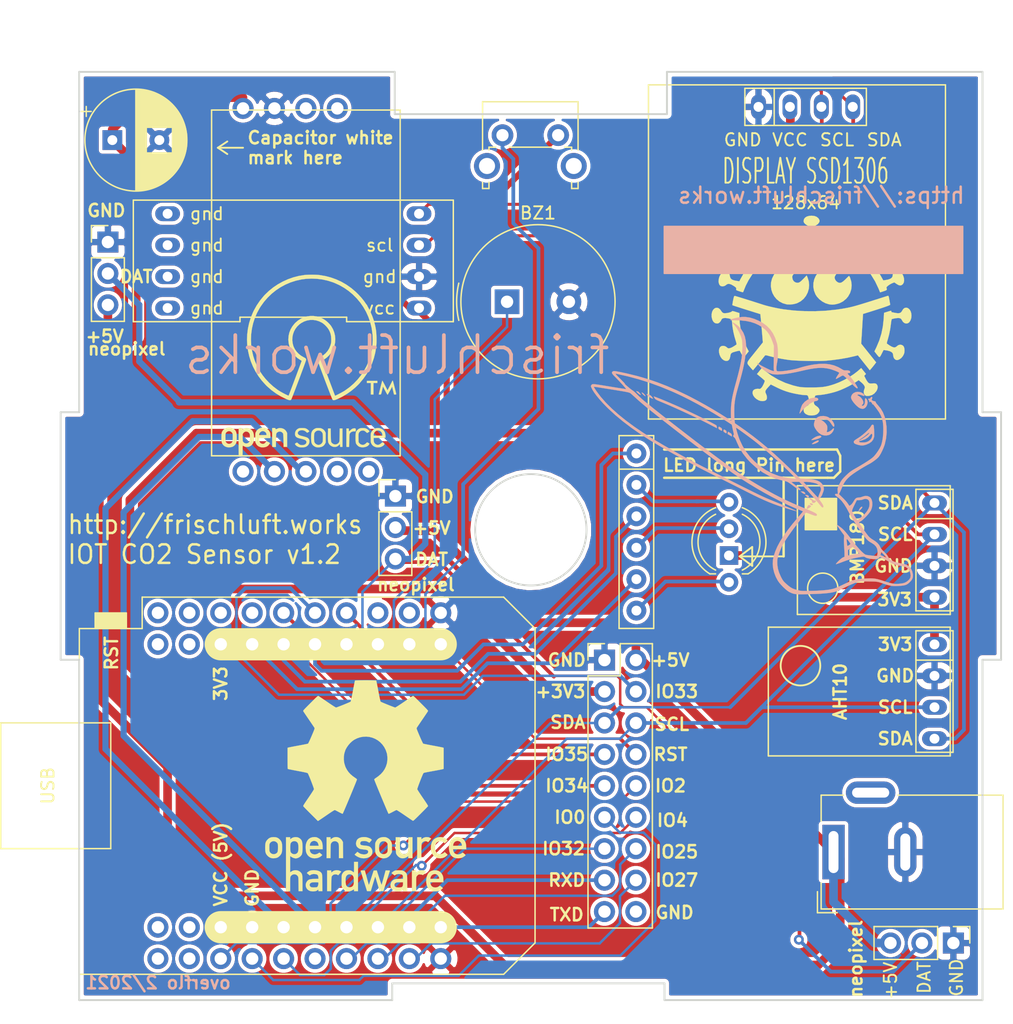
<source format=kicad_pcb>
(kicad_pcb (version 20171130) (host pcbnew 5.1.10-88a1d61d58~88~ubuntu20.04.1)
  (layers (0 F.Cu signal) (31 B.Cu signal hide) (34 B.Paste user hide) (35 F.Paste user hide) (36 B.SilkS user) (37 F.SilkS user) (38 B.Mask user) (39 F.Mask user hide) (44 Edge.Cuts user))
  (net 0 "")
  (net 1 GND)
  (net 2 VCC)
  (net 3 "Net-(D1-Pad3)")
  (net 4 "Net-(D1-Pad2)")
  (net 5 "Net-(D1-Pad1)")
  (net 6 3V3)
  (net 7 SDA)
  (net 8 SCL)
  (net 9 LED_B)
  (net 10 LED_G)
  (net 11 LED_R)
  (net 12 BUTTON)
  (net 13 BUZZER)
  (net 14 NEOPIXEL)
  (net 15 TX)
  (net 16 RX)
  (net 17 io_0)
  (net 18 io_35)
  (net 19 rst)
  (net 20 io_33)
  (net 21 io_34)
  (net 22 txd)
  (net 23 rxd)
  (net 24 io_27)
  (net 25 io_25)
  (net 26 io_32)
  (net 27 io_4)
  (net 28 io_2)
  (net 29 "Net-(U1-Pad3)")
  (net 30 io_39)
  (net 31 io_14)
  (net 32 "Net-(U1-Pad15)")
  (net 33 "Net-(U1-Pad17)")
  (net 34 io_13)
  (net 35 "Net-(U1-Pad19)")
  (net 36 "Net-(U1-Pad20)")
  (net 37 io_12)
  (net 38 "Net-(U1-Pad37)")
  (net 39 "Net-(U1-Pad38)")
  (net 40 "Net-(U1-Pad39)")
  (net 41 "Net-(U1-Pad40)")
  (net 42 "Net-(U4-Pad9)")
  (net 43 "Net-(U4-Pad8)")
  (net 44 "Net-(U4-Pad5)")
  (net 45 "Net-(U4-Pad4)")
  (net 46 "Net-(U4-Pad1)")
  (module scd40:oxy_xxx (layer B.Cu) (at 84.836 54.102 180)
    (fp_text reference G*** hide)
    (fp_text value LOGO hide)
  )
  (module frischluft_pcb:os_logo (layer F.Cu) (at 47.498 46.736)
    (fp_text reference G*** hide)
    (fp_text value LOGO hide)
  )
  (module frischluft_pcb:ssd1306_module (layer F.Cu) (at 74.676 24.638)
    (fp_text reference J4 hide)
    (fp_text value "SSD 1306 DISPLAY")
    (fp_text user 128x64 (at 12.7 9.525) (layer F.SilkS))
    (fp_text user "DISPLAY SSD1306" (at 12.7 6.985) (layer F.SilkS) (effects (font (size 2 1))))
    (fp_text user SDA (at 19.05 4.445) (layer F.SilkS))
    (fp_text user SCL (at 15.24 4.445) (layer F.SilkS))
    (fp_text user VCC (at 11.43 4.445) (layer F.SilkS))
    (fp_text user GND (at 7.62 4.445) (layer F.SilkS))
    (pad 4 thru_hole oval (at 16.51 1.778) (size 1.2 2) (drill 0.8) (layers *.Cu *.Mask) (net 7 SDA))
    (pad 3 thru_hole oval (at 13.97 1.778) (size 1.2 2) (drill 0.8) (layers *.Cu *.Mask) (net 8 SCL))
    (pad 2 thru_hole oval (at 11.43 1.778) (size 1.2 2) (drill 0.8) (layers *.Cu *.Mask) (net 6 3V3))
    (pad 1 thru_hole oval (at 8.89 1.778) (size 1.2 2) (drill 0.8) (layers *.Cu *.Mask) (net 1 GND))
  )
  (module scd40:scd40 (layer F.Cu) (at 45.974 38.862 90)
    (fp_text reference U5 hide)
    (fp_text value SCD40)
    (fp_text user vcc (at -3.81 6.985 180) (layer F.SilkS))
    (fp_text user gnd (at -1.27 6.985 180) (layer F.SilkS))
    (fp_text user scl (at 1.27 6.985 180) (layer F.SilkS))
    (fp_text user gnd (at -3.81 -6.985) (layer F.SilkS))
    (fp_text user gnd (at -1.27 -6.985 180) (layer F.SilkS))
    (fp_text user gnd (at 1.27 -6.985 180) (layer F.SilkS))
    (fp_text user gnd (at 3.81 -6.985 180) (layer F.SilkS))
    (pad 8 thru_hole oval (at -3.81 -10.16 90) (size 1.2 2) (drill 0.8) (layers *.Cu *.Mask))
    (pad 1 thru_hole oval (at -3.81 10.16 90) (size 1.2 2) (drill 0.8) (layers *.Cu *.Mask) (net 6 3V3))
    (pad 7 thru_hole oval (at -1.27 -10.16 90) (size 1.2 2) (drill 0.8) (layers *.Cu *.Mask))
    (pad 2 thru_hole oval (at -1.27 10.16 90) (size 1.2 2) (drill 0.8) (layers *.Cu *.Mask) (net 1 GND))
    (pad 6 thru_hole oval (at 1.27 -10.16 90) (size 1.2 2) (drill 0.8) (layers *.Cu *.Mask))
    (pad 3 thru_hole oval (at 1.27 10.16 90) (size 1.2 2) (drill 0.8) (layers *.Cu *.Mask) (net 8 SCL))
    (pad 5 thru_hole oval (at 3.81 -10.16 90) (size 1.2 2) (drill 0.8) (layers *.Cu *.Mask))
    (pad 4 thru_hole oval (at 3.81 10.16 90) (size 1.2 2) (drill 0.8) (layers *.Cu *.Mask) (net 7 SDA))
  )
  (module frischluft_pcb:corona (layer F.Cu) (at 87.884 43.18)
    (fp_text reference G*** hide)
    (fp_text value LOGO hide)
  )
  (module frischluft_pcb:os_logo2 (layer F.Cu) (at 46.736 48.768)
    (fp_text reference G*** hide)
    (fp_text value LOGO hide)
  )
  (module frischluft_pcb:ohw_logo_25mm (layer F.Cu) (at 51.816 81.28)
    (fp_text reference G*** hide)
    (fp_text value LOGO hide)
  )
  (module frischluft_pcb:MH-Z19C (layer F.Cu) (at 41.91 55.88 90)
    (fp_text reference U4 hide)
    (fp_text value co2ampel_pcb-rescue_co2ampel_pcb-cache_MH-Z19C-co2ampel_pcb-cache)
    (pad 9 thru_hole circle (at 29.34 7.62 90) (size 1.7 1.7) (drill 1) (layers *.Cu *.Mask) (net 42 "Net-(U4-Pad9)"))
    (pad 8 thru_hole circle (at 29.34 5.08 90) (size 1.7 1.7) (drill 1) (layers *.Cu *.Mask) (net 43 "Net-(U4-Pad8)"))
    (pad 7 thru_hole circle (at 29.34 2.54 90) (size 1.7 1.7) (drill 1) (layers *.Cu *.Mask) (net 1 GND))
    (pad 6 thru_hole circle (at 29.34 0 90) (size 1.7 1.7) (drill 1) (layers *.Cu *.Mask) (net 2 VCC))
    (pad 5 thru_hole circle (at 0 10.16 90) (size 1.7 1.7) (drill 1) (layers *.Cu *.Mask) (net 44 "Net-(U4-Pad5)"))
    (pad 4 thru_hole circle (at 0 7.62 90) (size 1.7 1.7) (drill 1) (layers *.Cu *.Mask) (net 45 "Net-(U4-Pad4)"))
    (pad 3 thru_hole circle (at 0 5.08 90) (size 1.7 1.7) (drill 1) (layers *.Cu *.Mask) (net 15 TX))
    (pad 2 thru_hole circle (at 0 2.54 90) (size 1.7 1.7) (drill 1) (layers *.Cu *.Mask) (net 16 RX))
    (pad 1 thru_hole circle (at 0 0 90) (size 1.7 1.7) (drill 1) (layers *.Cu *.Mask) (net 46 "Net-(U4-Pad1)"))
  )
  (module Buzzer_Beeper:Buzzer_TDK_PS1240P02BT_D12.2mm_H6.5mm (layer F.Cu) (at 63.246 42.164)
    (fp_text reference BZ1 (at 2.5 -7.17) (layer F.SilkS))
    (fp_text value Buzzer)
    (pad 2 thru_hole circle (at 5 0) (size 2 2) (drill 1) (layers *.Cu *.Mask) (net 1 GND))
    (pad 1 thru_hole rect (at 0 0) (size 2 2) (drill 1) (layers *.Cu *.Mask) (net 13 BUZZER))
  )
  (module Connector_PinHeader_2.54mm:PinHeader_1x03_P2.54mm_Vertical (layer F.Cu) (at 30.988 37.338)
    (fp_text reference J2 hide)
    (fp_text value NEOPIXEL)
    (pad 3 thru_hole oval (at 0 5.08) (size 1.7 1.7) (drill 1) (layers *.Cu *.Mask) (net 2 VCC))
    (pad 2 thru_hole oval (at 0 2.54) (size 1.7 1.7) (drill 1) (layers *.Cu *.Mask) (net 14 NEOPIXEL))
    (pad 1 thru_hole rect (at 0 0) (size 1.7 1.7) (drill 1) (layers *.Cu *.Mask) (net 1 GND))
  )
  (module Connector_PinHeader_2.54mm:PinHeader_2x09_P2.54mm_Vertical (layer F.Cu) (at 71.12 71.12)
    (fp_text reference J3 hide)
    (fp_text value "connector proto")
    (pad 18 thru_hole oval (at 2.54 20.32) (size 1.7 1.7) (drill 1) (layers *.Cu *.Mask))
    (pad 17 thru_hole oval (at 0 20.32) (size 1.7 1.7) (drill 1) (layers *.Cu *.Mask) (net 22 txd))
    (pad 16 thru_hole oval (at 2.54 17.78) (size 1.7 1.7) (drill 1) (layers *.Cu *.Mask) (net 24 io_27))
    (pad 15 thru_hole oval (at 0 17.78) (size 1.7 1.7) (drill 1) (layers *.Cu *.Mask) (net 23 rxd))
    (pad 14 thru_hole oval (at 2.54 15.24) (size 1.7 1.7) (drill 1) (layers *.Cu *.Mask) (net 25 io_25))
    (pad 13 thru_hole oval (at 0 15.24) (size 1.7 1.7) (drill 1) (layers *.Cu *.Mask) (net 26 io_32))
    (pad 12 thru_hole oval (at 2.54 12.7) (size 1.7 1.7) (drill 1) (layers *.Cu *.Mask) (net 27 io_4))
    (pad 11 thru_hole oval (at 0 12.7) (size 1.7 1.7) (drill 1) (layers *.Cu *.Mask) (net 17 io_0))
    (pad 10 thru_hole oval (at 2.54 10.16) (size 1.7 1.7) (drill 1) (layers *.Cu *.Mask) (net 28 io_2))
    (pad 9 thru_hole oval (at 0 10.16) (size 1.7 1.7) (drill 1) (layers *.Cu *.Mask) (net 21 io_34))
    (pad 8 thru_hole oval (at 2.54 7.62) (size 1.7 1.7) (drill 1) (layers *.Cu *.Mask) (net 19 rst))
    (pad 7 thru_hole oval (at 0 7.62) (size 1.7 1.7) (drill 1) (layers *.Cu *.Mask) (net 18 io_35))
    (pad 6 thru_hole oval (at 2.54 5.08) (size 1.7 1.7) (drill 1) (layers *.Cu *.Mask) (net 8 SCL))
    (pad 5 thru_hole oval (at 0 5.08) (size 1.7 1.7) (drill 1) (layers *.Cu *.Mask) (net 7 SDA))
    (pad 4 thru_hole oval (at 2.54 2.54) (size 1.7 1.7) (drill 1) (layers *.Cu *.Mask) (net 20 io_33))
    (pad 3 thru_hole oval (at 0 2.54) (size 1.7 1.7) (drill 1) (layers *.Cu *.Mask) (net 6 3V3))
    (pad 2 thru_hole oval (at 2.54 0) (size 1.7 1.7) (drill 1) (layers *.Cu *.Mask) (net 2 VCC))
    (pad 1 thru_hole rect (at 0 0) (size 1.7 1.7) (drill 1) (layers *.Cu *.Mask) (net 1 GND))
  )
  (module Connector_PinHeader_2.54mm:PinHeader_1x03_P2.54mm_Vertical (layer F.Cu) (at 54.222 57.866)
    (fp_text reference J1 hide)
    (fp_text value NEOPIXEL)
    (pad 3 thru_hole oval (at 0 5.08) (size 1.7 1.7) (drill 1) (layers *.Cu *.Mask) (net 14 NEOPIXEL))
    (pad 2 thru_hole oval (at 0 2.54) (size 1.7 1.7) (drill 1) (layers *.Cu *.Mask) (net 2 VCC))
    (pad 1 thru_hole rect (at 0 0) (size 1.7 1.7) (drill 1) (layers *.Cu *.Mask) (net 1 GND))
  )
  (module Capacitor_THT:CP_Radial_D8.0mm_P3.80mm (layer F.Cu) (at 31.35 29.1)
    (fp_text reference C1 hide)
    (fp_text value CP_Small)
    (pad 2 thru_hole circle (at 3.8 0) (size 1.6 1.6) (drill 0.8) (layers *.Cu *.Mask) (net 1 GND))
    (pad 1 thru_hole rect (at 0 0) (size 1.6 1.6) (drill 0.8) (layers *.Cu *.Mask) (net 2 VCC))
  )
  (module Connector_BarrelJack:BarrelJack_Wuerth_6941xx301002 (layer F.Cu) (at 89.63 86.63 90)
    (fp_text reference J6 hide)
    (fp_text value Conn_Coaxial_Power)
    (pad 1 thru_hole rect (at 0 0 90) (size 4.4 1.8) (drill oval 3.4 0.8) (layers *.Cu *.Mask) (net 2 VCC))
    (pad 2 thru_hole oval (at 0 5.8 90) (size 4 1.8) (drill oval 3 0.8) (layers *.Cu *.Mask) (net 1 GND))
    (pad 3 thru_hole oval (at 4.8 3 180) (size 4 1.8) (drill oval 3 0.8) (layers *.Cu *.Mask))
  )
  (module Connector_PinHeader_2.54mm:PinHeader_1x03_P2.54mm_Vertical (layer F.Cu) (at 99.314 93.98 270)
    (fp_text reference J5 hide)
    (fp_text value NEOPIXEL hide)
    (pad 3 thru_hole oval (at 0 5.08 270) (size 1.7 1.7) (drill 1) (layers *.Cu *.Mask) (net 2 VCC))
    (pad 2 thru_hole oval (at 0 2.54 270) (size 1.7 1.7) (drill 1) (layers *.Cu *.Mask) (net 14 NEOPIXEL))
    (pad 1 thru_hole rect (at 0 0 270) (size 1.7 1.7) (drill 1) (layers *.Cu *.Mask) (net 1 GND))
  )
  (module Button_Switch_THT:SW_Tactile_SPST_Angled_PTS645Vx58-2LFS (layer F.Cu) (at 62.877103 28.702)
    (fp_text reference SW1 hide)
    (fp_text value SW_Push hide)
    (pad "" thru_hole circle (at -1.25 2.49) (size 2.1 2.1) (drill 1.3) (layers *.Cu *.Mask))
    (pad 1 thru_hole circle (at 0 0) (size 1.75 1.75) (drill 0.99) (layers *.Cu *.Mask) (net 12 BUTTON))
    (pad 2 thru_hole circle (at 4.5 0) (size 1.75 1.75) (drill 0.99) (layers *.Cu *.Mask) (net 6 3V3))
    (pad "" thru_hole circle (at 5.76 2.49) (size 2.1 2.1) (drill 1.3) (layers *.Cu *.Mask))
  )
  (module frischluft:bmp180_bob (layer F.Cu) (at 92.71 62.23 270)
    (fp_text reference U2 hide)
    (fp_text value bmp180_bob)
    (fp_text user SDA (at -3.81 -1.905) (layer F.SilkS) (effects (font (thickness 0.2))))
    (fp_text user SCL (at -1.27 -1.905 180) (layer F.SilkS) (effects (font (thickness 0.2))))
    (fp_text user GND (at 1.287875 -1.762108 180) (layer F.SilkS) (effects (font (thickness 0.2))))
    (fp_text user 3V3 (at 4 -1.86) (layer F.SilkS) (effects (font (thickness 0.2))))
    (fp_text user BMP180 (at -0.22 1.15 90) (layer F.SilkS) (effects (font (thickness 0.2))))
    (pad 1 thru_hole oval (at -3.81 -5.08 270) (size 1.2 2) (drill 0.8) (layers *.Cu *.Mask) (net 7 SDA))
    (pad 3 thru_hole oval (at 1.27 -5.08 270) (size 1.2 2) (drill 0.8) (layers *.Cu *.Mask) (net 1 GND))
    (pad 4 thru_hole oval (at 3.81 -5.08 270) (size 1.2 2) (drill 0.8) (layers *.Cu *.Mask) (net 6 3V3))
    (pad 2 thru_hole oval (at -1.27 -5.08 270) (size 1.2 2) (drill 0.8) (layers *.Cu *.Mask) (net 8 SCL))
  )
  (module frischluft:aht10-BOB (layer F.Cu) (at 97.79 73.66 270)
    (fp_text reference U3 hide)
    (fp_text value "eht10 bob")
    (fp_text user SDA (at 3.81 3.175) (layer F.SilkS) (effects (font (thickness 0.2))))
    (fp_text user SCL (at 1.27 3.175 180) (layer F.SilkS) (effects (font (thickness 0.2))))
    (fp_text user GND (at -1.27 3.175 180) (layer F.SilkS) (effects (font (thickness 0.2))))
    (fp_text user 3V3 (at -3.81 3.175) (layer F.SilkS) (effects (font (thickness 0.2))))
    (fp_text user AHT10 (at 0 7.62 90) (layer F.SilkS) (effects (font (thickness 0.2))))
    (pad 4 thru_hole oval (at 3.81 0 270) (size 1.2 2) (drill 0.8) (layers *.Cu *.Mask) (net 7 SDA))
    (pad 3 thru_hole oval (at 1.27 0 270) (size 1.2 2) (drill 0.8) (layers *.Cu *.Mask) (net 8 SCL))
    (pad 2 thru_hole oval (at -1.27 0 270) (size 1.2 2) (drill 0.8) (layers *.Cu *.Mask) (net 1 GND))
    (pad 1 thru_hole oval (at -3.81 0 270) (size 1.2 2) (drill 0.8) (layers *.Cu *.Mask) (net 6 3V3))
  )
  (module co2ampel_pcb:ESP32_flo (layer F.Cu) (at 46.46 81.27 270)
    (fp_text reference U1 hide)
    (fp_text value mini_esp32)
    (fp_text user GND (at 8.255 3.81 90) (layer F.SilkS) (effects (font (thickness 0.2))))
    (fp_text user "VCC (5V)" (at 6.35 6.35 90) (layer F.SilkS) (effects (font (thickness 0.2))))
    (fp_text user 3V3 (at -8.255 6.35 90) (layer F.SilkS) (effects (font (thickness 0.2))))
    (fp_text user RST (at -10.7 15.18 90) (layer F.SilkS) (effects (font (thickness 0.2))))
    (fp_text user USB (at 0 20.32 90) (layer F.SilkS))
    (pad 2 thru_hole circle (at -11.43 -11.43 180) (size 1.7 1.7) (drill 1) (layers *.Cu *.Mask) (net 19 rst))
    (pad 1 thru_hole circle (at -13.97 -11.43 180) (size 1.7 1.7) (drill 1) (layers *.Cu *.Mask) (net 1 GND))
    (pad 3 thru_hole circle (at -13.97 -8.89 180) (size 1.7 1.7) (drill 1) (layers *.Cu *.Mask) (net 29 "Net-(U1-Pad3)"))
    (pad 4 thru_hole circle (at -11.43 -8.89 180) (size 1.7 1.7) (drill 1) (layers *.Cu *.Mask) (net 12 BUTTON))
    (pad 5 thru_hole circle (at -13.97 -6.35 180) (size 1.7 1.7) (drill 1) (layers *.Cu *.Mask) (net 30 io_39))
    (pad 6 thru_hole circle (at -11.43 -6.35 180) (size 1.7 1.7) (drill 1) (layers *.Cu *.Mask) (net 13 BUZZER))
    (pad 7 thru_hole circle (at -13.97 -3.81 180) (size 1.7 1.7) (drill 1) (layers *.Cu *.Mask) (net 18 io_35))
    (pad 8 thru_hole circle (at -11.43 -3.81 180) (size 1.7 1.7) (drill 1) (layers *.Cu *.Mask) (net 14 NEOPIXEL))
    (pad 9 thru_hole circle (at -13.97 -1.27 180) (size 1.7 1.7) (drill 1) (layers *.Cu *.Mask) (net 20 io_33))
    (pad 10 thru_hole circle (at -11.43 -1.27 180) (size 1.7 1.7) (drill 1) (layers *.Cu *.Mask) (net 11 LED_R))
    (pad 11 thru_hole circle (at -13.97 1.27 180) (size 1.7 1.7) (drill 1) (layers *.Cu *.Mask) (net 21 io_34))
    (pad 12 thru_hole circle (at -11.43 1.27 180) (size 1.7 1.7) (drill 1) (layers *.Cu *.Mask) (net 10 LED_G))
    (pad 13 thru_hole circle (at -13.97 3.81 180) (size 1.7 1.7) (drill 1) (layers *.Cu *.Mask) (net 31 io_14))
    (pad 14 thru_hole circle (at -11.43 3.81 180) (size 1.7 1.7) (drill 1) (layers *.Cu *.Mask) (net 9 LED_B))
    (pad 15 thru_hole circle (at -13.97 6.35 180) (size 1.7 1.7) (drill 1) (layers *.Cu *.Mask) (net 32 "Net-(U1-Pad15)"))
    (pad 16 thru_hole circle (at -11.43 6.35 180) (size 1.7 1.7) (drill 1) (layers *.Cu *.Mask) (net 6 3V3))
    (pad 17 thru_hole circle (at -13.97 8.89 180) (size 1.7 1.7) (drill 1) (layers *.Cu *.Mask) (net 33 "Net-(U1-Pad17)"))
    (pad 18 thru_hole circle (at -11.43 8.89 180) (size 1.7 1.7) (drill 1) (layers *.Cu *.Mask) (net 34 io_13))
    (pad 19 thru_hole circle (at -13.97 11.43 180) (size 1.7 1.7) (drill 1) (layers *.Cu *.Mask) (net 35 "Net-(U1-Pad19)"))
    (pad 20 thru_hole circle (at -11.43 11.43 180) (size 1.7 1.7) (drill 1) (layers *.Cu *.Mask) (net 36 "Net-(U1-Pad20)"))
    (pad 21 thru_hole circle (at 11.43 -11.43 180) (size 1.7 1.7) (drill 1) (layers *.Cu *.Mask) (net 22 txd))
    (pad 22 thru_hole circle (at 13.97 -11.43 180) (size 1.7 1.7) (drill 1) (layers *.Cu *.Mask) (net 1 GND))
    (pad 23 thru_hole circle (at 11.43 -8.89 180) (size 1.7 1.7) (drill 1) (layers *.Cu *.Mask) (net 23 rxd))
    (pad 24 thru_hole circle (at 13.97 -8.89 180) (size 1.7 1.7) (drill 1) (layers *.Cu *.Mask) (net 24 io_27))
    (pad 25 thru_hole circle (at 11.43 -6.35 180) (size 1.7 1.7) (drill 1) (layers *.Cu *.Mask) (net 8 SCL))
    (pad 26 thru_hole circle (at 13.97 -6.35 180) (size 1.7 1.7) (drill 1) (layers *.Cu *.Mask) (net 25 io_25))
    (pad 27 thru_hole circle (at 11.43 -3.81 180) (size 1.7 1.7) (drill 1) (layers *.Cu *.Mask) (net 7 SDA))
    (pad 28 thru_hole circle (at 13.97 -3.81 180) (size 1.7 1.7) (drill 1) (layers *.Cu *.Mask) (net 26 io_32))
    (pad 29 thru_hole circle (at 11.43 -1.27 180) (size 1.7 1.7) (drill 1) (layers *.Cu *.Mask) (net 16 RX))
    (pad 30 thru_hole circle (at 13.97 -1.27 180) (size 1.7 1.7) (drill 1) (layers *.Cu *.Mask) (net 37 io_12))
    (pad 31 thru_hole circle (at 11.43 1.27 180) (size 1.7 1.7) (drill 1) (layers *.Cu *.Mask) (net 15 TX))
    (pad 32 thru_hole circle (at 13.97 1.27 180) (size 1.7 1.7) (drill 1) (layers *.Cu *.Mask) (net 27 io_4))
    (pad 33 thru_hole circle (at 11.43 3.81 180) (size 1.7 1.7) (drill 1) (layers *.Cu *.Mask) (net 1 GND))
    (pad 34 thru_hole circle (at 13.97 3.81 180) (size 1.7 1.7) (drill 1) (layers *.Cu *.Mask) (net 17 io_0))
    (pad 35 thru_hole circle (at 11.43 6.35 180) (size 1.7 1.7) (drill 1) (layers *.Cu *.Mask) (net 2 VCC))
    (pad 36 thru_hole circle (at 13.97 6.35 180) (size 1.7 1.7) (drill 1) (layers *.Cu *.Mask) (net 28 io_2))
    (pad 37 thru_hole circle (at 11.43 8.89 180) (size 1.7 1.7) (drill 1) (layers *.Cu *.Mask) (net 38 "Net-(U1-Pad37)"))
    (pad 38 thru_hole circle (at 13.97 8.89 180) (size 1.7 1.7) (drill 1) (layers *.Cu *.Mask) (net 39 "Net-(U1-Pad38)"))
    (pad 39 thru_hole circle (at 11.43 11.43 180) (size 1.7 1.7) (drill 1) (layers *.Cu *.Mask) (net 40 "Net-(U1-Pad39)"))
    (pad 40 thru_hole circle (at 13.97 11.43 180) (size 1.7 1.7) (drill 1) (layers *.Cu *.Mask) (net 41 "Net-(U1-Pad40)"))
  )
  (module co2ampel_pcb:rgb_led_10mm (layer F.Cu) (at 81.18 64.828 90)
    (fp_text reference D1 hide)
    (fp_text value LED_BRGA)
    (pad 1 thru_hole circle (at 0 0 90) (size 1.5 1.5) (drill 0.8) (layers *.Cu *.Mask) (net 5 "Net-(D1-Pad1)"))
    (pad 2 thru_hole circle (at 6.477 0 90) (size 1.5 1.5) (drill 0.8) (layers *.Cu *.Mask) (net 4 "Net-(D1-Pad2)"))
    (pad 3 thru_hole circle (at 4.318 0 90) (size 1.5 1.5) (drill 0.8) (layers *.Cu *.Mask) (net 3 "Net-(D1-Pad3)"))
    (pad 4 thru_hole rect (at 2.159 0 90) (size 1.5 1.5) (drill 0.8) (layers *.Cu *.Mask) (net 6 3V3))
  )
  (module co2ampel_pcb:R_Array_SIP6_swapped (layer F.Cu) (at 73.7 54.42 270)
    (fp_text reference RN1 hide)
    (fp_text value R_Pack03)
    (pad 6 thru_hole oval (at 2.54 0 270) (size 1.6 1.6) (drill 0.8) (layers *.Cu *.Mask) (net 4 "Net-(D1-Pad2)"))
    (pad 5 thru_hole oval (at 7.62 0 270) (size 1.6 1.6) (drill 0.8) (layers *.Cu *.Mask) (net 3 "Net-(D1-Pad3)"))
    (pad 4 thru_hole oval (at 12.7 0 270) (size 1.6 1.6) (drill 0.8) (layers *.Cu *.Mask) (net 5 "Net-(D1-Pad1)"))
    (pad 3 thru_hole oval (at 10.16 0 270) (size 1.6 1.6) (drill 0.8) (layers *.Cu *.Mask) (net 9 LED_B))
    (pad 2 thru_hole oval (at 5.08 0 270) (size 1.6 1.6) (drill 0.8) (layers *.Cu *.Mask) (net 10 LED_G))
    (pad 1 thru_hole circle (at 0 0 270) (size 1.6 1.6) (drill 0.8) (layers *.Cu *.Mask) (net 11 LED_R))
  )
  (gr_line (start 39.878 29.718) (end 40.64 30.226) (layer F.SilkS) (width 0.15))
  (gr_line (start 39.878 29.718) (end 40.64 29.21) (layer F.SilkS) (width 0.15))
  (gr_line (start 41.91 29.718) (end 39.878 29.718) (layer F.SilkS) (width 0.15))
  (gr_text "Capacitor white \nmark here " (at 42.164 29.718) (layer F.SilkS) (effects (font (size 1 1) (thickness 0.2)) (justify left)))
  (gr_text "+5V\n" (at 30.734 44.958) (layer F.SilkS) (effects (font (size 1 1) (thickness 0.2))))
  (gr_text GND (at 29.21 34.798) (layer F.SilkS) (effects (font (size 1 1) (thickness 0.2)) (justify left)))
  (gr_text "DAT\n" (at 33.274 40.132) (layer F.SilkS) (effects (font (size 1 1) (thickness 0.2))))
  (gr_text "neopixel\n" (at 32.512 45.974) (layer F.SilkS) (effects (font (size 1 1) (thickness 0.2))))
  (gr_line (start 83.058 62.738) (end 82.042 62.738) (layer F.SilkS) (width 0.15))
  (gr_line (start 85.598 62.738) (end 83.058 62.738) (layer F.SilkS) (width 0.15))
  (gr_line (start 83.058 63.5) (end 82.042 62.738) (layer F.SilkS) (width 0.15))
  (gr_line (start 83.058 61.976) (end 83.058 63.5) (layer F.SilkS) (width 0.15))
  (gr_line (start 82.042 62.738) (end 83.058 61.976) (layer F.SilkS) (width 0.15))
  (gr_line (start 85.598 56.388) (end 75.946 56.388) (layer F.SilkS) (width 0.2))
  (gr_line (start 89.916 54.102) (end 75.946 54.102) (layer F.SilkS) (width 0.2))
  (gr_line (start 90.17 54.61) (end 89.916 54.102) (layer F.SilkS) (width 0.2))
  (gr_line (start 90.17 55.88) (end 90.17 54.61) (layer F.SilkS) (width 0.2))
  (gr_line (start 89.662 56.388) (end 90.17 55.88) (layer F.SilkS) (width 0.2))
  (gr_line (start 89.154 56.388) (end 89.662 56.388) (layer F.SilkS) (width 0.2))
  (gr_line (start 85.598 56.388) (end 89.154 56.388) (layer F.SilkS) (width 0.2))
  (gr_line (start 85.598 56.388) (end 85.598 62.738) (layer F.SilkS) (width 0.2))
  (gr_text "LED long Pin here" (at 82.804 55.372) (layer F.SilkS) (effects (font (size 1 1) (thickness 0.2))))
  (gr_line (start 75.97 98.59) (end 101.67 98.59) (angle 90) (layer Edge.Cuts) (width 0.15))
  (gr_line (start 75.97 97.24) (end 75.97 98.59) (layer Edge.Cuts) (width 0.15))
  (gr_line (start 53.97 97.24) (end 53.97 98.59) (layer Edge.Cuts) (width 0.15))
  (gr_poly (pts (xy 100.076 39.878) (xy 75.946 39.878) (xy 75.946 36.068) (xy 100.076 36.068)) (layer B.SilkS) (width 0.1))
  (gr_line (start 53.97 97.24) (end 75.97 97.24) (layer Edge.Cuts) (width 0.15))
  (gr_text "neopixel\n" (at 55.88 65.024) (layer F.SilkS) (effects (font (size 1 1) (thickness 0.2))))
  (gr_circle (center 86.96 71.57) (end 85.89 70.38) (layer F.SilkS) (width 0.15))
  (gr_text "DAT\n" (at 57.15 62.992) (layer F.SilkS) (effects (font (size 1 1) (thickness 0.2))))
  (gr_text GND (at 57.404 57.912) (layer F.SilkS) (effects (font (size 1 1) (thickness 0.2))))
  (gr_text "+5V\n" (at 57.15 60.452) (layer F.SilkS) (effects (font (size 1 1) (thickness 0.2))))
  (gr_text GND (at 76.790402 91.5184) (layer F.SilkS) (effects (font (size 1 1) (thickness 0.2))))
  (gr_line (start 76.17 23.59) (end 101.67 23.59) (layer Edge.Cuts) (width 0.15))
  (gr_line (start 28.67 23.59) (end 54.17 23.59) (layer Edge.Cuts) (width 0.15))
  (gr_line (start 54.17 27) (end 76.17 27) (layer Edge.Cuts) (width 0.15))
  (gr_line (start 76.17 23.59) (end 76.17 27) (layer Edge.Cuts) (width 0.15))
  (gr_line (start 54.17 23.59) (end 54.17 27) (layer Edge.Cuts) (width 0.15))
  (gr_text https://frischluft.works (at 88.64 33.57) (layer B.SilkS) (effects (font (size 1.3 1.3) (thickness 0.2)) (justify mirror)))
  (gr_text "overflo 2/2021" (at 35.04 97.19) (layer B.SilkS) (effects (font (size 1 1) (thickness 0.2)) (justify mirror)))
  (gr_text frischluft.works (at 54.356 46.482) (layer B.SilkS) (effects (font (size 3 3) (thickness 0.3)) (justify mirror)))
  (gr_text GND (at 68.072 71.12) (layer F.SilkS) (effects (font (size 1 1) (thickness 0.2))))
  (gr_text +5V (at 76.454 71.12) (layer F.SilkS) (effects (font (size 1 1) (thickness 0.2))))
  (gr_text +3V3 (at 67.564 73.66) (layer F.SilkS) (effects (font (size 1 1) (thickness 0.2))))
  (gr_text SCL (at 76.56 76.31) (layer F.SilkS) (effects (font (size 1 1) (thickness 0.2))))
  (gr_text SDA (at 68.16 76.15) (layer F.SilkS) (effects (font (size 1 1) (thickness 0.2))))
  (gr_text IO33 (at 76.962 73.66) (layer F.SilkS) (effects (font (size 1 1) (thickness 0.2))))
  (gr_text "IO35\n" (at 68.072 78.74) (layer F.SilkS) (effects (font (size 1 1) (thickness 0.2))))
  (gr_text RST (at 76.454 78.74) (layer F.SilkS) (effects (font (size 1 1) (thickness 0.2))))
  (gr_text IO34 (at 68.072 81.28) (layer F.SilkS) (effects (font (size 1 1) (thickness 0.2))))
  (gr_text IO2 (at 76.454 81.28) (layer F.SilkS) (effects (font (size 1 1) (thickness 0.2))))
  (gr_text "http://frischluft.works\nIOT CO2 Sensor v1.2" (at 27.62 61.37) (layer F.SilkS) (effects (font (size 1.5 1.4) (thickness 0.2)) (justify left)))
  (gr_line (start 103.17 71.09) (end 101.67 71.09) (layer Edge.Cuts) (width 0.15))
  (gr_line (start 103.17 51.09) (end 101.67 51.09) (layer Edge.Cuts) (width 0.15))
  (gr_text "+5V\n" (at 94.234 97.028 90) (layer F.SilkS) (effects (font (size 1 1))))
  (gr_text "DAT\n" (at 96.955779 96.774 90) (layer F.SilkS) (effects (font (size 1 1))))
  (gr_text GND (at 99.568 96.774 90) (layer F.SilkS) (effects (font (size 1 1))))
  (gr_text "neopixel\n" (at 91.44 95.25 90) (layer F.SilkS) (effects (font (size 1 1) (thickness 0.2))))
  (gr_text "TXD\n" (at 68.072 91.694) (layer F.SilkS) (effects (font (size 1 1) (thickness 0.2))))
  (gr_text IO27 (at 76.962 88.9) (layer F.SilkS) (effects (font (size 1 1) (thickness 0.2))))
  (gr_text "RXD\n" (at 68.072 88.9) (layer F.SilkS) (effects (font (size 1 1) (thickness 0.2))))
  (gr_text "IO25\n" (at 76.962 86.614) (layer F.SilkS) (effects (font (size 1 1) (thickness 0.2))))
  (gr_text "IO32\n" (at 67.818 86.36) (layer F.SilkS) (effects (font (size 1 1) (thickness 0.2))))
  (gr_text "IO4\n" (at 76.61 84.07) (layer F.SilkS) (effects (font (size 1 1) (thickness 0.2))))
  (gr_text "IO0\n" (at 68.326 83.82) (layer F.SilkS) (effects (font (size 1 1) (thickness 0.2))))
  (gr_circle (center 65.17 60.59) (end 69.67 60.59) (layer Edge.Cuts) (width 0.15))
  (gr_line (start 28.67 51.09) (end 27.17 51.09) (layer Edge.Cuts) (width 0.15))
  (gr_line (start 101.67 98.59) (end 101.67 71.09) (layer Edge.Cuts) (width 0.15))
  (gr_line (start 27.17 51.09) (end 27.17 71.09) (layer Edge.Cuts) (width 0.15))
  (gr_line (start 28.67 23.59) (end 28.67 51.09) (layer Edge.Cuts) (width 0.15))
  (gr_line (start 28.67 98.59) (end 28.67 71.09) (layer Edge.Cuts) (width 0.15))
  (gr_line (start 28.67 71.09) (end 27.17 71.09) (layer Edge.Cuts) (width 0.15))
  (gr_line (start 101.67 23.59) (end 101.67 51.09) (layer Edge.Cuts) (width 0.15))
  (gr_line (start 103.17 71.09) (end 103.17 51.09) (layer Edge.Cuts) (width 0.15))
  (gr_line (start 28.67 98.59) (end 53.97 98.59) (angle 90) (layer Edge.Cuts) (width 0.15))
  (segment (start 90.17 87.17) (end 89.63 86.63) (width 0.7) (layer F.Cu) (net 2))
  (segment (start 90.17 93.98) (end 90.17 87.17) (width 0.7) (layer F.Cu) (net 2))
  (segment (start 40.11 92.7) (end 40.11 91.164) (width 0.7) (layer F.Cu) (net 2))
  (segment (start 87.884 84.884) (end 89.63 86.63) (width 0.7) (layer F.Cu) (net 2))
  (segment (start 74.12 71.12) (end 87.884 84.884) (width 0.7) (layer F.Cu) (net 2))
  (segment (start 73.66 71.12) (end 74.12 71.12) (width 0.7) (layer F.Cu) (net 2))
  (segment (start 94.234 93.98) (end 92.95 93.98) (width 0.7) (layer B.Cu) (net 2))
  (segment (start 89.63 90.66) (end 89.63 86.63) (width 0.7) (layer B.Cu) (net 2))
  (segment (start 92.95 93.98) (end 89.63 90.66) (width 0.7) (layer B.Cu) (net 2))
  (segment (start 73.66 69.85) (end 73.66 71.12) (width 0.7) (layer F.Cu) (net 2))
  (segment (start 71.91 68.1) (end 73.66 69.85) (width 0.7) (layer F.Cu) (net 2))
  (segment (start 64.8 68.1) (end 71.91 68.1) (width 0.7) (layer F.Cu) (net 2))
  (segment (start 57.36 60.66) (end 64.8 68.1) (width 0.7) (layer F.Cu) (net 2))
  (segment (start 39.116 90.17) (end 57.432002 90.17) (width 0.7) (layer F.Cu) (net 2))
  (segment (start 88.392 95.758) (end 90.17 93.98) (width 0.7) (layer F.Cu) (net 2))
  (segment (start 57.432002 90.17) (end 63.020002 95.758) (width 0.7) (layer F.Cu) (net 2))
  (segment (start 63.020002 95.758) (end 88.392 95.758) (width 0.7) (layer F.Cu) (net 2))
  (segment (start 39.116 90.17) (end 40.11 91.164) (width 0.7) (layer F.Cu) (net 2))
  (segment (start 54.476 60.66) (end 54.222 60.406) (width 0.7) (layer F.Cu) (net 2))
  (segment (start 57.36 60.66) (end 54.476 60.66) (width 0.7) (layer F.Cu) (net 2))
  (segment (start 41.91 26.54) (end 41.91 25.67) (width 0.25) (layer F.Cu) (net 2))
  (segment (start 33.92007 25.67) (end 41.91 25.67) (width 0.7) (layer F.Cu) (net 2))
  (segment (start 31.35 28.24007) (end 33.92007 25.67) (width 0.7) (layer F.Cu) (net 2))
  (segment (start 31.35 29.1) (end 31.35 28.24007) (width 0.7) (layer F.Cu) (net 2))
  (segment (start 33.274 44.958) (end 33.274 31.024) (width 0.7) (layer F.Cu) (net 2))
  (segment (start 30.294705 47.937295) (end 33.274 44.958) (width 0.7) (layer F.Cu) (net 2))
  (segment (start 35.814 79.756) (end 30.294705 74.236705) (width 0.7) (layer F.Cu) (net 2))
  (segment (start 33.274 31.024) (end 31.35 29.1) (width 0.7) (layer F.Cu) (net 2))
  (segment (start 35.814 86.868) (end 35.814 79.756) (width 0.7) (layer F.Cu) (net 2))
  (segment (start 30.294705 74.236705) (end 30.294705 47.937295) (width 0.7) (layer F.Cu) (net 2))
  (segment (start 39.116 90.17) (end 35.814 86.868) (width 0.7) (layer F.Cu) (net 2))
  (segment (start 30.988 47.244) (end 30.294705 47.937295) (width 0.7) (layer F.Cu) (net 2))
  (segment (start 30.988 42.418) (end 30.988 47.244) (width 0.7) (layer F.Cu) (net 2))
  (segment (start 81.122 60.452) (end 81.18 60.51) (width 0.3) (layer B.Cu) (net 3))
  (segment (start 75.288 60.452) (end 81.122 60.452) (width 0.3) (layer B.Cu) (net 3))
  (segment (start 73.7 62.04) (end 75.288 60.452) (width 0.3) (layer B.Cu) (net 3))
  (segment (start 75.033 58.293) (end 73.7 56.96) (width 0.3) (layer B.Cu) (net 4))
  (segment (start 81.122 58.293) (end 81.18 58.351) (width 0.3) (layer B.Cu) (net 4))
  (segment (start 78.533 58.293) (end 81.122 58.293) (width 0.3) (layer B.Cu) (net 4))
  (segment (start 78.74 58.293) (end 78.533 58.293) (width 0.3) (layer B.Cu) (net 4))
  (segment (start 78.533 58.293) (end 75.033 58.293) (width 0.3) (layer B.Cu) (net 4))
  (segment (start 81.122 64.77) (end 81.18 64.828) (width 0.3) (layer B.Cu) (net 5))
  (segment (start 76.05 64.77) (end 81.122 64.77) (width 0.3) (layer B.Cu) (net 5))
  (segment (start 73.7 67.12) (end 76.05 64.77) (width 0.3) (layer B.Cu) (net 5))
  (segment (start 40.11 72.412) (end 40.11 69.84) (width 0.7) (layer F.Cu) (net 6))
  (segment (start 39.624 72.898) (end 40.11 72.412) (width 0.7) (layer F.Cu) (net 6))
  (segment (start 34.036 72.898) (end 39.624 72.898) (width 0.7) (layer F.Cu) (net 6))
  (segment (start 32.766 71.628) (end 34.036 72.898) (width 0.7) (layer F.Cu) (net 6))
  (segment (start 97.79 66.04) (end 97.79 69.85) (width 0.7) (layer F.Cu) (net 6))
  (segment (start 32.800001 65.899999) (end 32.900001 65.899999) (width 0.7) (layer F.Cu) (net 6))
  (segment (start 32.766 65.934) (end 32.800001 65.899999) (width 0.7) (layer F.Cu) (net 6))
  (segment (start 32.900001 65.899999) (end 33.43 65.37) (width 0.7) (layer F.Cu) (net 6))
  (segment (start 66.85 73.66) (end 71.12 73.66) (width 0.7) (layer F.Cu) (net 6))
  (segment (start 58.56 65.37) (end 66.85 73.66) (width 0.7) (layer F.Cu) (net 6))
  (segment (start 54.53 65.37) (end 58.56 65.37) (width 0.7) (layer F.Cu) (net 6))
  (segment (start 33.43 65.37) (end 54.53 65.37) (width 0.7) (layer F.Cu) (net 6))
  (segment (start 86.14 34.815) (end 86.106 34.849) (width 0.7) (layer F.Cu) (net 6))
  (segment (start 86.106 34.849) (end 86.106 52.578) (width 0.7) (layer F.Cu) (net 6))
  (segment (start 86.14 28.668) (end 86.14 26.35) (width 0.7) (layer F.Cu) (net 6))
  (segment (start 97.79 66.04) (end 89.408 66.04) (width 0.7) (layer F.Cu) (net 6))
  (segment (start 86.037 62.669) (end 81.18 62.669) (width 0.7) (layer F.Cu) (net 6))
  (segment (start 89.408 66.04) (end 86.037 62.669) (width 0.7) (layer F.Cu) (net 6))
  (segment (start 86.037 52.647) (end 86.106 52.578) (width 0.7) (layer F.Cu) (net 6))
  (segment (start 86.037 62.669) (end 86.037 52.647) (width 0.7) (layer F.Cu) (net 6))
  (segment (start 38.152 52.78) (end 32.766 58.166) (width 0.7) (layer F.Cu) (net 6))
  (segment (start 32.766 58.166) (end 32.766 66.04) (width 0.7) (layer F.Cu) (net 6))
  (segment (start 86.106 52.578) (end 85.904 52.78) (width 0.7) (layer F.Cu) (net 6))
  (segment (start 32.766 66.04) (end 32.766 65.934) (width 0.7) (layer F.Cu) (net 6))
  (segment (start 32.766 71.628) (end 32.766 66.04) (width 0.7) (layer F.Cu) (net 6))
  (segment (start 86.14 32.038) (end 86.14 28.668) (width 0.7) (layer F.Cu) (net 6))
  (segment (start 86.14 34.815) (end 86.14 32.038) (width 0.7) (layer F.Cu) (net 6))
  (segment (start 58.368 52.78) (end 38.152 52.78) (width 0.7) (layer F.Cu) (net 6))
  (segment (start 85.904 52.78) (end 58.368 52.78) (width 0.7) (layer F.Cu) (net 6))
  (segment (start 56.134 42.672) (end 56.134 42.926) (width 0.5) (layer F.Cu) (net 6))
  (segment (start 58.368 45.16) (end 58.368 52.78) (width 0.5) (layer F.Cu) (net 6))
  (segment (start 56.134 42.926) (end 58.368 45.16) (width 0.5) (layer F.Cu) (net 6))
  (segment (start 62.805103 33.274) (end 67.377103 28.702) (width 0.5) (layer F.Cu) (net 6))
  (segment (start 54.864 33.274) (end 62.805103 33.274) (width 0.5) (layer F.Cu) (net 6))
  (segment (start 53.594 40.894) (end 53.594 34.544) (width 0.5) (layer F.Cu) (net 6))
  (segment (start 55.372 42.672) (end 53.594 40.894) (width 0.5) (layer F.Cu) (net 6))
  (segment (start 53.594 34.544) (end 54.864 33.274) (width 0.5) (layer F.Cu) (net 6))
  (segment (start 56.134 42.672) (end 55.372 42.672) (width 0.5) (layer F.Cu) (net 6))
  (segment (start 66.77 76.2) (end 50.27 92.7) (width 0.2) (layer B.Cu) (net 7))
  (segment (start 71.12 76.2) (end 66.77 76.2) (width 0.2) (layer B.Cu) (net 7))
  (segment (start 97.79 77.47) (end 99.45 77.47) (width 0.3) (layer B.Cu) (net 7))
  (segment (start 99.45 77.47) (end 100.17 76.75) (width 0.3) (layer B.Cu) (net 7))
  (segment (start 100.17 60.8) (end 97.79 58.42) (width 0.3) (layer B.Cu) (net 7))
  (segment (start 100.17 76.75) (end 100.17 60.8) (width 0.3) (layer B.Cu) (net 7))
  (segment (start 91.22 51.85) (end 91.22 26.35) (width 0.3) (layer F.Cu) (net 7))
  (segment (start 97.79 58.42) (end 91.22 51.85) (width 0.3) (layer F.Cu) (net 7))
  (segment (start 81.28 74.93) (end 97.79 58.42) (width 0.3) (layer B.Cu) (net 7))
  (segment (start 71.12 76.2) (end 72.39 74.93) (width 0.3) (layer B.Cu) (net 7))
  (segment (start 81.28 74.93) (end 72.39 74.93) (width 0.2) (layer B.Cu) (net 7))
  (segment (start 56.896 34.29) (end 56.134 35.052) (width 0.25) (layer F.Cu) (net 7))
  (segment (start 70.104 34.29) (end 56.896 34.29) (width 0.25) (layer F.Cu) (net 7))
  (segment (start 88.9 24.13) (end 80.264 24.13) (width 0.25) (layer F.Cu) (net 7))
  (segment (start 80.264 24.13) (end 70.104 34.29) (width 0.25) (layer F.Cu) (net 7))
  (segment (start 91.186 26.416) (end 88.9 24.13) (width 0.25) (layer F.Cu) (net 7))
  (segment (start 82.55 76.2) (end 97.79 60.96) (width 0.3) (layer B.Cu) (net 8))
  (segment (start 73.66 76.2) (end 82.55 76.2) (width 0.3) (layer B.Cu) (net 8))
  (segment (start 83.82 74.93) (end 82.55 76.2) (width 0.3) (layer B.Cu) (net 8))
  (segment (start 97.79 74.93) (end 83.82 74.93) (width 0.3) (layer B.Cu) (net 8))
  (segment (start 72.39 77.47) (end 73.66 76.2) (width 0.2) (layer B.Cu) (net 8))
  (segment (start 66.516 78.994) (end 66.548 78.994) (width 0.2) (layer B.Cu) (net 8))
  (segment (start 66.548 78.994) (end 68.072 77.47) (width 0.2) (layer B.Cu) (net 8))
  (segment (start 68.072 77.47) (end 72.39 77.47) (width 0.2) (layer B.Cu) (net 8))
  (segment (start 52.81 92.7) (end 66.516 78.994) (width 0.2) (layer B.Cu) (net 8))
  (segment (start 97.79 60.96) (end 97.2 60.96) (width 0.3) (layer F.Cu) (net 8))
  (segment (start 96.47 60.96) (end 97.79 60.96) (width 0.3) (layer F.Cu) (net 8))
  (segment (start 88.68 53.17) (end 96.47 60.96) (width 0.3) (layer F.Cu) (net 8))
  (segment (start 88.68 26.35) (end 88.68 53.17) (width 0.3) (layer F.Cu) (net 8))
  (segment (start 88.118 24.638) (end 88.646 25.166) (width 0.25) (layer F.Cu) (net 8))
  (segment (start 84.836 25.4) (end 85.598 24.638) (width 0.25) (layer F.Cu) (net 8))
  (segment (start 84.836 27.432) (end 84.836 25.4) (width 0.25) (layer F.Cu) (net 8))
  (segment (start 85.598 24.638) (end 88.118 24.638) (width 0.25) (layer F.Cu) (net 8))
  (segment (start 75.438 36.83) (end 84.836 27.432) (width 0.25) (layer F.Cu) (net 8))
  (segment (start 56.642 37.592) (end 57.404 36.83) (width 0.25) (layer F.Cu) (net 8))
  (segment (start 88.646 25.166) (end 88.646 26.416) (width 0.25) (layer F.Cu) (net 8))
  (segment (start 57.404 36.83) (end 75.438 36.83) (width 0.25) (layer F.Cu) (net 8))
  (segment (start 56.134 37.592) (end 56.642 37.592) (width 0.25) (layer F.Cu) (net 8))
  (segment (start 66.906 71.374) (end 73.7 64.58) (width 0.3) (layer B.Cu) (net 9))
  (segment (start 61.666 71.374) (end 66.906 71.374) (width 0.3) (layer B.Cu) (net 9))
  (segment (start 59.57 73.47) (end 61.666 71.374) (width 0.3) (layer B.Cu) (net 9))
  (segment (start 46.28 73.47) (end 59.57 73.47) (width 0.3) (layer B.Cu) (net 9))
  (segment (start 42.65 69.84) (end 46.28 73.47) (width 0.3) (layer B.Cu) (net 9))
  (segment (start 72.05 64.11) (end 72.05 61.15) (width 0.3) (layer B.Cu) (net 10))
  (segment (start 65.548 70.612) (end 72.05 64.11) (width 0.3) (layer B.Cu) (net 10))
  (segment (start 59.47288 72.86) (end 61.72088 70.612) (width 0.3) (layer B.Cu) (net 10))
  (segment (start 72.05 61.15) (end 73.7 59.5) (width 0.3) (layer B.Cu) (net 10))
  (segment (start 45.19 71.14) (end 46.91 72.86) (width 0.3) (layer B.Cu) (net 10))
  (segment (start 61.72088 70.612) (end 65.548 70.612) (width 0.3) (layer B.Cu) (net 10))
  (segment (start 46.91 72.86) (end 59.47288 72.86) (width 0.3) (layer B.Cu) (net 10))
  (segment (start 45.19 69.84) (end 45.19 71.14) (width 0.3) (layer B.Cu) (net 10))
  (segment (start 71.81 54.42) (end 73.7 54.42) (width 0.3) (layer B.Cu) (net 11))
  (segment (start 70.866 63.5) (end 70.866 55.364) (width 0.3) (layer B.Cu) (net 11))
  (segment (start 64.516 69.85) (end 70.866 63.5) (width 0.3) (layer B.Cu) (net 11))
  (segment (start 70.866 55.364) (end 71.81 54.42) (width 0.3) (layer B.Cu) (net 11))
  (segment (start 61.34 69.85) (end 64.516 69.85) (width 0.3) (layer B.Cu) (net 11))
  (segment (start 59.21 71.98) (end 61.34 69.85) (width 0.3) (layer B.Cu) (net 11))
  (segment (start 47.73 71.45) (end 48.26 71.98) (width 0.3) (layer B.Cu) (net 11))
  (segment (start 48.26 71.98) (end 59.21 71.98) (width 0.3) (layer B.Cu) (net 11))
  (segment (start 47.73 69.84) (end 47.73 71.45) (width 0.3) (layer B.Cu) (net 11))
  (segment (start 59.698715 56.911345) (end 59.698715 62.751285) (width 0.3) (layer B.Cu) (net 12))
  (segment (start 65.786 50.82406) (end 59.698715 56.911345) (width 0.3) (layer B.Cu) (net 12))
  (segment (start 65.786 37.849796) (end 65.786 50.82406) (width 0.3) (layer B.Cu) (net 12))
  (segment (start 63.752102 35.815898) (end 65.786 37.849796) (width 0.3) (layer B.Cu) (net 12))
  (segment (start 63.752102 30.620093) (end 63.752102 35.815898) (width 0.3) (layer B.Cu) (net 12))
  (segment (start 62.877103 29.745094) (end 63.752102 30.620093) (width 0.3) (layer B.Cu) (net 12))
  (segment (start 62.877103 28.702) (end 62.877103 29.745094) (width 0.3) (layer B.Cu) (net 12))
  (segment (start 59.676715 62.751285) (end 59.698715 62.751285) (width 0.2) (layer B.Cu) (net 12))
  (segment (start 56.65 65.778) (end 59.676715 62.751285) (width 0.2) (layer B.Cu) (net 12))
  (segment (start 56.65 68.54) (end 56.65 65.778) (width 0.2) (layer B.Cu) (net 12))
  (segment (start 55.35 69.84) (end 56.65 68.54) (width 0.2) (layer B.Cu) (net 12))
  (segment (start 57.404 50.038) (end 63.246 44.196) (width 0.2) (layer B.Cu) (net 13))
  (segment (start 57.404 62.992) (end 57.404 50.038) (width 0.2) (layer B.Cu) (net 13))
  (segment (start 63.246 44.196) (end 63.246 42.164) (width 0.2) (layer B.Cu) (net 13))
  (segment (start 54.102 66.294) (end 57.404 62.992) (width 0.2) (layer B.Cu) (net 13))
  (segment (start 54.102 68.548) (end 54.102 66.294) (width 0.2) (layer B.Cu) (net 13))
  (segment (start 52.81 69.84) (end 54.102 68.548) (width 0.2) (layer B.Cu) (net 13))
  (segment (start 57.77 63.2) (end 67.029999 72.459999) (width 0.3) (layer F.Cu) (net 14))
  (segment (start 86.88 87.27) (end 86.88 93.68) (width 0.3) (layer F.Cu) (net 14))
  (via (at 86.83 93.71) (size 0.8) (drill 0.4) (layers F.Cu B.Cu) (net 14))
  (segment (start 86.86 93.68) (end 86.83 93.71) (width 0.3) (layer F.Cu) (net 14))
  (segment (start 86.88 93.68) (end 86.86 93.68) (width 0.3) (layer F.Cu) (net 14))
  (segment (start 86.83 93.71) (end 89.41 96.29) (width 0.3) (layer B.Cu) (net 14))
  (segment (start 94.464 96.29) (end 96.774 93.98) (width 0.3) (layer B.Cu) (net 14))
  (segment (start 89.41 96.29) (end 94.464 96.29) (width 0.3) (layer B.Cu) (net 14))
  (segment (start 54.476 63.2) (end 54.222 62.946) (width 0.3) (layer F.Cu) (net 14))
  (segment (start 57.77 63.2) (end 54.476 63.2) (width 0.3) (layer F.Cu) (net 14))
  (segment (start 74.54 74.93) (end 86.88 87.27) (width 0.2) (layer F.Cu) (net 14))
  (segment (start 72.39 74.676) (end 72.644 74.93) (width 0.2) (layer F.Cu) (net 14))
  (segment (start 72.39 72.644) (end 72.39 74.676) (width 0.2) (layer F.Cu) (net 14))
  (segment (start 72.644 74.93) (end 74.54 74.93) (width 0.2) (layer F.Cu) (net 14))
  (segment (start 72.136 72.39) (end 72.39 72.644) (width 0.2) (layer F.Cu) (net 14))
  (segment (start 67.099998 72.39) (end 72.136 72.39) (width 0.2) (layer F.Cu) (net 14))
  (segment (start 67.029999 72.459999) (end 67.099998 72.39) (width 0.2) (layer F.Cu) (net 14))
  (segment (start 51.562 65.606) (end 54.222 62.946) (width 0.2) (layer B.Cu) (net 14))
  (segment (start 51.562 68.548) (end 51.562 65.606) (width 0.2) (layer B.Cu) (net 14))
  (segment (start 50.27 69.84) (end 51.562 68.548) (width 0.2) (layer B.Cu) (net 14))
  (segment (start 55.418 62.946) (end 54.222 62.946) (width 0.5) (layer B.Cu) (net 14))
  (segment (start 50.8 50.292) (end 56.642 56.134) (width 0.5) (layer B.Cu) (net 14))
  (segment (start 36.732057 50.292) (end 50.8 50.292) (width 0.5) (layer B.Cu) (net 14))
  (segment (start 56.642 61.722) (end 55.418 62.946) (width 0.5) (layer B.Cu) (net 14))
  (segment (start 56.642 56.134) (end 56.642 61.722) (width 0.5) (layer B.Cu) (net 14))
  (segment (start 36.732057 50.292) (end 36.732057 50.194057) (width 0.5) (layer B.Cu) (net 14))
  (segment (start 36.732057 50.194057) (end 33.528 46.99) (width 0.5) (layer B.Cu) (net 14))
  (segment (start 33.528 42.418) (end 30.988 39.878) (width 0.5) (layer B.Cu) (net 14))
  (segment (start 33.528 46.99) (end 33.528 42.418) (width 0.5) (layer B.Cu) (net 14))
  (segment (start 46.649458 55.88) (end 46.99 55.88) (width 0.5) (layer B.Cu) (net 15))
  (segment (start 42.585458 51.816) (end 46.649458 55.88) (width 0.5) (layer B.Cu) (net 15))
  (segment (start 37.846 51.816) (end 42.585458 51.816) (width 0.5) (layer B.Cu) (net 15))
  (segment (start 30.79599 58.86601) (end 37.846 51.816) (width 0.5) (layer B.Cu) (net 15))
  (segment (start 30.79599 78.30599) (end 30.79599 58.86601) (width 0.5) (layer B.Cu) (net 15))
  (segment (start 45.19 92.7) (end 30.79599 78.30599) (width 0.5) (layer B.Cu) (net 15))
  (segment (start 41.656 53.086) (end 44.45 55.88) (width 0.5) (layer B.Cu) (net 16))
  (segment (start 32.258 59.182) (end 38.354 53.086) (width 0.5) (layer B.Cu) (net 16))
  (segment (start 47.73 92.7) (end 32.258 77.228) (width 0.5) (layer B.Cu) (net 16))
  (segment (start 32.258 77.228) (end 32.258 59.182) (width 0.5) (layer B.Cu) (net 16))
  (segment (start 38.354 53.086) (end 41.656 53.086) (width 0.5) (layer B.Cu) (net 16))
  (segment (start 75.22 86) (end 74.28 85.06) (width 0.2) (layer B.Cu) (net 17))
  (segment (start 75.22 92.18) (end 75.22 86) (width 0.2) (layer B.Cu) (net 17))
  (segment (start 74.28 85.06) (end 72.36 85.06) (width 0.2) (layer B.Cu) (net 17))
  (segment (start 60.96 94.996) (end 72.404 94.996) (width 0.2) (layer B.Cu) (net 17))
  (segment (start 59.326 96.63) (end 60.96 94.996) (width 0.2) (layer B.Cu) (net 17))
  (segment (start 72.404 94.996) (end 75.22 92.18) (width 0.2) (layer B.Cu) (net 17))
  (segment (start 51.648 96.63) (end 59.326 96.63) (width 0.2) (layer B.Cu) (net 17))
  (segment (start 72.36 85.06) (end 71.12 83.82) (width 0.2) (layer B.Cu) (net 17))
  (segment (start 51.308 96.97) (end 51.648 96.63) (width 0.2) (layer B.Cu) (net 17))
  (segment (start 44.35 96.97) (end 51.308 96.97) (width 0.2) (layer B.Cu) (net 17))
  (segment (start 44.04 96.66) (end 44.35 96.97) (width 0.2) (layer B.Cu) (net 17))
  (segment (start 44.04 96.63) (end 44.04 96.66) (width 0.2) (layer B.Cu) (net 17))
  (segment (start 42.65 95.24) (end 44.04 96.63) (width 0.2) (layer B.Cu) (net 17))
  (segment (start 51.562 68.592) (end 50.27 67.3) (width 0.3) (layer F.Cu) (net 18))
  (segment (start 51.562 68.592) (end 51.562 70.612) (width 0.2) (layer F.Cu) (net 18))
  (segment (start 51.562 70.866) (end 51.562 70.612) (width 0.3) (layer F.Cu) (net 18))
  (segment (start 59.436 78.74) (end 51.562 70.866) (width 0.3) (layer F.Cu) (net 18))
  (segment (start 71.12 78.74) (end 59.436 78.74) (width 0.3) (layer F.Cu) (net 18))
  (segment (start 73.66 78.74) (end 72.44 77.52) (width 0.3) (layer F.Cu) (net 19))
  (segment (start 65.52 77.47) (end 57.89 69.84) (width 0.2) (layer F.Cu) (net 19))
  (segment (start 72.39 77.47) (end 65.52 77.47) (width 0.2) (layer F.Cu) (net 19))
  (segment (start 72.44 77.52) (end 72.39 77.47) (width 0.2) (layer F.Cu) (net 19))
  (segment (start 48.26 67.875698) (end 48.26 67.31) (width 0.2) (layer B.Cu) (net 20))
  (segment (start 45.73 65.3) (end 47.73 67.3) (width 0.3) (layer B.Cu) (net 20))
  (segment (start 42.1 65.3) (end 45.73 65.3) (width 0.3) (layer B.Cu) (net 20))
  (segment (start 41.38 66.02) (end 42.1 65.3) (width 0.3) (layer B.Cu) (net 20))
  (segment (start 73.66 73.66) (end 72.39 72.39) (width 0.3) (layer B.Cu) (net 20))
  (segment (start 44.81401 73.92001) (end 41.38 70.486) (width 0.2) (layer B.Cu) (net 20))
  (segment (start 59.7564 73.92001) (end 44.81401 73.92001) (width 0.2) (layer B.Cu) (net 20))
  (segment (start 61.28641 72.39) (end 59.7564 73.92001) (width 0.2) (layer B.Cu) (net 20))
  (segment (start 41.38 70.486) (end 41.38 66.02) (width 0.2) (layer B.Cu) (net 20))
  (segment (start 72.39 72.39) (end 61.28641 72.39) (width 0.2) (layer B.Cu) (net 20))
  (segment (start 45.19 67.3) (end 45.190001 67.865699) (width 0.2) (layer B.Cu) (net 21))
  (segment (start 46.482 68.592) (end 45.19 67.3) (width 0.3) (layer F.Cu) (net 21))
  (segment (start 71.12 81.28) (end 57.393998 81.28) (width 0.3) (layer F.Cu) (net 21))
  (segment (start 57.15 81.28) (end 57.393998 81.28) (width 0.2) (layer F.Cu) (net 21))
  (segment (start 46.482 70.612) (end 57.15 81.28) (width 0.2) (layer F.Cu) (net 21))
  (segment (start 46.482 68.592) (end 46.482 70.612) (width 0.2) (layer F.Cu) (net 21))
  (segment (start 69.86 92.7) (end 71.12 91.44) (width 0.3) (layer B.Cu) (net 22))
  (segment (start 57.89 92.7) (end 69.86 92.7) (width 0.3) (layer B.Cu) (net 22))
  (segment (start 55.35 91.97) (end 55.35 92.7) (width 0.3) (layer B.Cu) (net 23))
  (segment (start 58.42 88.9) (end 55.35 91.97) (width 0.3) (layer B.Cu) (net 23))
  (segment (start 71.12 88.9) (end 58.42 88.9) (width 0.3) (layer B.Cu) (net 23))
  (segment (start 72.37 90.19) (end 73.66 88.9) (width 0.2) (layer B.Cu) (net 24))
  (segment (start 72.37 92.37) (end 72.37 90.19) (width 0.2) (layer B.Cu) (net 24))
  (segment (start 70.73 94.01) (end 72.37 92.37) (width 0.2) (layer B.Cu) (net 24))
  (segment (start 57.09 94.01) (end 70.73 94.01) (width 0.2) (layer B.Cu) (net 24))
  (segment (start 55.86 95.24) (end 57.09 94.01) (width 0.2) (layer B.Cu) (net 24))
  (segment (start 55.35 95.24) (end 55.86 95.24) (width 0.2) (layer B.Cu) (net 24))
  (segment (start 72.39 87.63) (end 73.66 86.36) (width 0.2) (layer B.Cu) (net 25))
  (segment (start 72.39 89.51) (end 72.39 87.63) (width 0.2) (layer B.Cu) (net 25))
  (segment (start 58.22 90.16) (end 71.74 90.16) (width 0.2) (layer B.Cu) (net 25))
  (segment (start 56.63 91.75) (end 58.22 90.16) (width 0.2) (layer B.Cu) (net 25))
  (segment (start 56.63 93.48) (end 56.63 91.75) (width 0.2) (layer B.Cu) (net 25))
  (segment (start 71.74 90.16) (end 72.39 89.51) (width 0.2) (layer B.Cu) (net 25))
  (segment (start 56.15 93.96) (end 56.63 93.48) (width 0.2) (layer B.Cu) (net 25))
  (segment (start 54.61 93.96) (end 56.15 93.96) (width 0.2) (layer B.Cu) (net 25))
  (segment (start 53.33 95.24) (end 54.61 93.96) (width 0.2) (layer B.Cu) (net 25))
  (segment (start 52.81 95.24) (end 53.33 95.24) (width 0.2) (layer B.Cu) (net 25))
  (segment (start 51.9 94) (end 50.66 95.24) (width 0.2) (layer B.Cu) (net 26))
  (segment (start 53.48 94) (end 51.9 94) (width 0.2) (layer B.Cu) (net 26))
  (segment (start 50.66 95.24) (end 50.27 95.24) (width 0.2) (layer B.Cu) (net 26))
  (segment (start 54.08 93.4) (end 53.48 94) (width 0.2) (layer B.Cu) (net 26))
  (segment (start 59.8 86.36) (end 54.08 92.08) (width 0.2) (layer B.Cu) (net 26))
  (segment (start 54.08 92.08) (end 54.08 93.4) (width 0.2) (layer B.Cu) (net 26))
  (segment (start 71.12 86.36) (end 59.8 86.36) (width 0.2) (layer B.Cu) (net 26))
  (via (at 56.35 87.74) (size 0.8) (drill 0.4) (layers F.Cu B.Cu) (net 27))
  (segment (start 49 96.05) (end 48.48 96.57) (width 0.2) (layer B.Cu) (net 27))
  (segment (start 49.63 93.97) (end 49 94.6) (width 0.2) (layer B.Cu) (net 27))
  (segment (start 48.48 96.57) (end 46.52 96.57) (width 0.2) (layer B.Cu) (net 27))
  (segment (start 50.92 93.97) (end 49.63 93.97) (width 0.2) (layer B.Cu) (net 27))
  (segment (start 51.54 93.35) (end 50.92 93.97) (width 0.2) (layer B.Cu) (net 27))
  (segment (start 51.54 92.03) (end 51.54 93.35) (width 0.2) (layer B.Cu) (net 27))
  (segment (start 46.52 96.57) (end 45.19 95.24) (width 0.2) (layer B.Cu) (net 27))
  (segment (start 55.89 87.68) (end 51.54 92.03) (width 0.2) (layer B.Cu) (net 27))
  (segment (start 56.29 87.68) (end 55.89 87.68) (width 0.2) (layer B.Cu) (net 27))
  (segment (start 49 94.6) (end 49 96.05) (width 0.2) (layer B.Cu) (net 27))
  (segment (start 56.35 87.74) (end 56.29 87.68) (width 0.2) (layer B.Cu) (net 27))
  (segment (start 72.39 85.09) (end 73.66 83.82) (width 0.2) (layer F.Cu) (net 27))
  (segment (start 59 85.09) (end 72.39 85.09) (width 0.2) (layer F.Cu) (net 27))
  (segment (start 56.35 87.74) (end 59 85.09) (width 0.2) (layer F.Cu) (net 27))
  (via (at 54.87 86.1) (size 0.8) (drill 0.4) (layers F.Cu B.Cu) (net 28))
  (segment (start 53.66 86.1) (end 54.87 86.1) (width 0.2) (layer B.Cu) (net 28))
  (segment (start 48.99 90.77) (end 53.66 86.1) (width 0.2) (layer B.Cu) (net 28))
  (segment (start 48.99 93.45) (end 48.99 90.77) (width 0.2) (layer B.Cu) (net 28))
  (segment (start 48.46 93.98) (end 48.99 93.45) (width 0.2) (layer B.Cu) (net 28))
  (segment (start 41.37 93.98) (end 48.46 93.98) (width 0.2) (layer B.Cu) (net 28))
  (segment (start 40.11 95.24) (end 41.37 93.98) (width 0.2) (layer B.Cu) (net 28))
  (segment (start 72.39 82.55) (end 73.66 81.28) (width 0.2) (layer F.Cu) (net 28))
  (segment (start 58.42 82.55) (end 72.39 82.55) (width 0.2) (layer F.Cu) (net 28))
  (segment (start 54.87 86.1) (end 58.42 82.55) (width 0.2) (layer F.Cu) (net 28))
  (zone (net 1) (net_name GND) (layer B.Cu) (connect_pads (clearance 0.3)) (min_thickness 0.2) (fill yes (arc_segments 32) (thermal_gap 0.5) (thermal_bridge_width 0.5))
    (polygon (pts (xy 105.2195 100.203) (xy 25.146 100.5205) (xy 25.4 21.59) (xy 25.4 17.78) (xy 26.67 21.5265) (xy 105.41 21.59)))
  )
  (zone (net 1) (net_name GND) (layer F.Cu) (connect_pads (clearance 0.3)) (min_thickness 0.2) (fill yes (arc_segments 32) (thermal_gap 0.5) (thermal_bridge_width 0.5))
    (polygon (pts (xy 103.9495 100.203) (xy 23.876 100.5205) (xy 24.13 21.59) (xy 24.13 17.78) (xy 25.4 21.5265) (xy 104.14 21.59)))
  )
)
</source>
